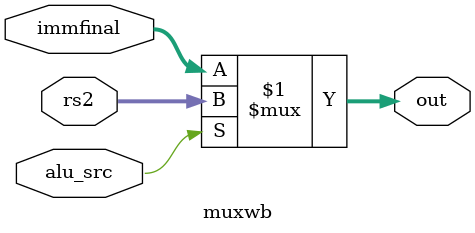
<source format=sv>
module muxwb(rs2, immfinal, alu_src, out);
    input logic [31:0] rs2;
    input logic [31:0] immfinal;
    input logic alu_src;  // changed to single-bit control
    output logic [31:0] out;

    assign out = alu_src ? rs2 : immfinal;
endmodule
</source>
